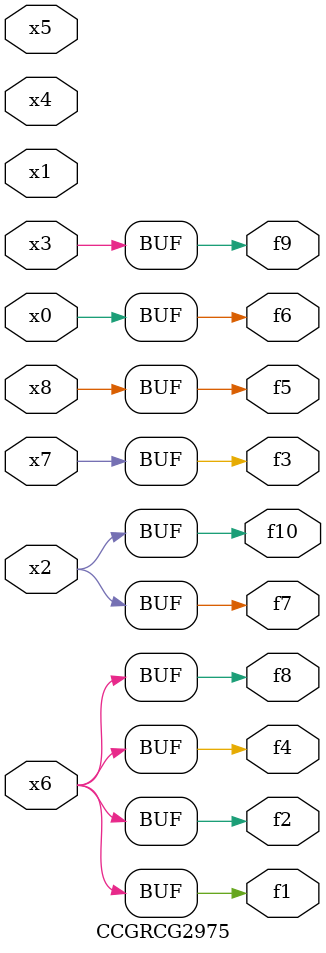
<source format=v>
module CCGRCG2975(
	input x0, x1, x2, x3, x4, x5, x6, x7, x8,
	output f1, f2, f3, f4, f5, f6, f7, f8, f9, f10
);
	assign f1 = x6;
	assign f2 = x6;
	assign f3 = x7;
	assign f4 = x6;
	assign f5 = x8;
	assign f6 = x0;
	assign f7 = x2;
	assign f8 = x6;
	assign f9 = x3;
	assign f10 = x2;
endmodule

</source>
